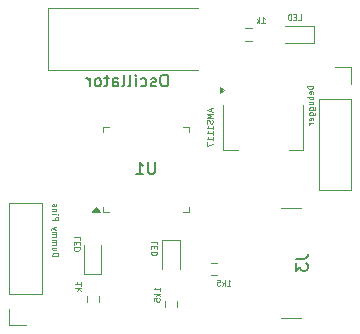
<source format=gbr>
%TF.GenerationSoftware,KiCad,Pcbnew,9.0.7*%
%TF.CreationDate,2026-02-20T00:12:31+05:30*%
%TF.ProjectId,breakout_board,62726561-6b6f-4757-945f-626f6172642e,rev?*%
%TF.SameCoordinates,Original*%
%TF.FileFunction,Legend,Bot*%
%TF.FilePolarity,Positive*%
%FSLAX46Y46*%
G04 Gerber Fmt 4.6, Leading zero omitted, Abs format (unit mm)*
G04 Created by KiCad (PCBNEW 9.0.7) date 2026-02-20 00:12:31*
%MOMM*%
%LPD*%
G01*
G04 APERTURE LIST*
%ADD10C,0.100000*%
%ADD11C,0.125000*%
%ADD12C,0.150000*%
%ADD13C,0.120000*%
G04 APERTURE END LIST*
D10*
X123611990Y-86581563D02*
X124111990Y-86581563D01*
X124111990Y-86581563D02*
X124111990Y-86462515D01*
X124111990Y-86462515D02*
X124088180Y-86391087D01*
X124088180Y-86391087D02*
X124040561Y-86343468D01*
X124040561Y-86343468D02*
X123992942Y-86319658D01*
X123992942Y-86319658D02*
X123897704Y-86295849D01*
X123897704Y-86295849D02*
X123826276Y-86295849D01*
X123826276Y-86295849D02*
X123731038Y-86319658D01*
X123731038Y-86319658D02*
X123683419Y-86343468D01*
X123683419Y-86343468D02*
X123635800Y-86391087D01*
X123635800Y-86391087D02*
X123611990Y-86462515D01*
X123611990Y-86462515D02*
X123611990Y-86581563D01*
X123945323Y-85867277D02*
X123611990Y-85867277D01*
X123945323Y-86081563D02*
X123683419Y-86081563D01*
X123683419Y-86081563D02*
X123635800Y-86057753D01*
X123635800Y-86057753D02*
X123611990Y-86010134D01*
X123611990Y-86010134D02*
X123611990Y-85938706D01*
X123611990Y-85938706D02*
X123635800Y-85891087D01*
X123635800Y-85891087D02*
X123659609Y-85867277D01*
X123611990Y-85629182D02*
X123945323Y-85629182D01*
X123897704Y-85629182D02*
X123921514Y-85605372D01*
X123921514Y-85605372D02*
X123945323Y-85557753D01*
X123945323Y-85557753D02*
X123945323Y-85486325D01*
X123945323Y-85486325D02*
X123921514Y-85438706D01*
X123921514Y-85438706D02*
X123873895Y-85414896D01*
X123873895Y-85414896D02*
X123611990Y-85414896D01*
X123873895Y-85414896D02*
X123921514Y-85391087D01*
X123921514Y-85391087D02*
X123945323Y-85343468D01*
X123945323Y-85343468D02*
X123945323Y-85272039D01*
X123945323Y-85272039D02*
X123921514Y-85224420D01*
X123921514Y-85224420D02*
X123873895Y-85200610D01*
X123873895Y-85200610D02*
X123611990Y-85200610D01*
X123611990Y-84962515D02*
X123945323Y-84962515D01*
X123897704Y-84962515D02*
X123921514Y-84938705D01*
X123921514Y-84938705D02*
X123945323Y-84891086D01*
X123945323Y-84891086D02*
X123945323Y-84819658D01*
X123945323Y-84819658D02*
X123921514Y-84772039D01*
X123921514Y-84772039D02*
X123873895Y-84748229D01*
X123873895Y-84748229D02*
X123611990Y-84748229D01*
X123873895Y-84748229D02*
X123921514Y-84724420D01*
X123921514Y-84724420D02*
X123945323Y-84676801D01*
X123945323Y-84676801D02*
X123945323Y-84605372D01*
X123945323Y-84605372D02*
X123921514Y-84557753D01*
X123921514Y-84557753D02*
X123873895Y-84533943D01*
X123873895Y-84533943D02*
X123611990Y-84533943D01*
X123945323Y-84343467D02*
X123611990Y-84224419D01*
X123945323Y-84105372D02*
X123611990Y-84224419D01*
X123611990Y-84224419D02*
X123492942Y-84272038D01*
X123492942Y-84272038D02*
X123469133Y-84295848D01*
X123469133Y-84295848D02*
X123445323Y-84343467D01*
X123611990Y-83533944D02*
X124111990Y-83533944D01*
X124111990Y-83533944D02*
X124111990Y-83343468D01*
X124111990Y-83343468D02*
X124088180Y-83295849D01*
X124088180Y-83295849D02*
X124064371Y-83272039D01*
X124064371Y-83272039D02*
X124016752Y-83248230D01*
X124016752Y-83248230D02*
X123945323Y-83248230D01*
X123945323Y-83248230D02*
X123897704Y-83272039D01*
X123897704Y-83272039D02*
X123873895Y-83295849D01*
X123873895Y-83295849D02*
X123850085Y-83343468D01*
X123850085Y-83343468D02*
X123850085Y-83533944D01*
X123611990Y-83033944D02*
X123945323Y-83033944D01*
X124111990Y-83033944D02*
X124088180Y-83057753D01*
X124088180Y-83057753D02*
X124064371Y-83033944D01*
X124064371Y-83033944D02*
X124088180Y-83010134D01*
X124088180Y-83010134D02*
X124111990Y-83033944D01*
X124111990Y-83033944D02*
X124064371Y-83033944D01*
X123945323Y-82795849D02*
X123611990Y-82795849D01*
X123897704Y-82795849D02*
X123921514Y-82772039D01*
X123921514Y-82772039D02*
X123945323Y-82724420D01*
X123945323Y-82724420D02*
X123945323Y-82652992D01*
X123945323Y-82652992D02*
X123921514Y-82605373D01*
X123921514Y-82605373D02*
X123873895Y-82581563D01*
X123873895Y-82581563D02*
X123611990Y-82581563D01*
X123635800Y-82367277D02*
X123611990Y-82319658D01*
X123611990Y-82319658D02*
X123611990Y-82224420D01*
X123611990Y-82224420D02*
X123635800Y-82176801D01*
X123635800Y-82176801D02*
X123683419Y-82152992D01*
X123683419Y-82152992D02*
X123707228Y-82152992D01*
X123707228Y-82152992D02*
X123754847Y-82176801D01*
X123754847Y-82176801D02*
X123778657Y-82224420D01*
X123778657Y-82224420D02*
X123778657Y-82295849D01*
X123778657Y-82295849D02*
X123802466Y-82343468D01*
X123802466Y-82343468D02*
X123850085Y-82367277D01*
X123850085Y-82367277D02*
X123873895Y-82367277D01*
X123873895Y-82367277D02*
X123921514Y-82343468D01*
X123921514Y-82343468D02*
X123945323Y-82295849D01*
X123945323Y-82295849D02*
X123945323Y-82224420D01*
X123945323Y-82224420D02*
X123921514Y-82176801D01*
D11*
X125904009Y-85225771D02*
X125904009Y-84987676D01*
X125904009Y-84987676D02*
X125404009Y-84987676D01*
X125642104Y-85392438D02*
X125642104Y-85559105D01*
X125904009Y-85630533D02*
X125904009Y-85392438D01*
X125904009Y-85392438D02*
X125404009Y-85392438D01*
X125404009Y-85392438D02*
X125404009Y-85630533D01*
X125904009Y-85844819D02*
X125404009Y-85844819D01*
X125404009Y-85844819D02*
X125404009Y-85963867D01*
X125404009Y-85963867D02*
X125427819Y-86035295D01*
X125427819Y-86035295D02*
X125475438Y-86082914D01*
X125475438Y-86082914D02*
X125523057Y-86106724D01*
X125523057Y-86106724D02*
X125618295Y-86130533D01*
X125618295Y-86130533D02*
X125689723Y-86130533D01*
X125689723Y-86130533D02*
X125784961Y-86106724D01*
X125784961Y-86106724D02*
X125832580Y-86082914D01*
X125832580Y-86082914D02*
X125880200Y-86035295D01*
X125880200Y-86035295D02*
X125904009Y-85963867D01*
X125904009Y-85963867D02*
X125904009Y-85844819D01*
X132457209Y-85581371D02*
X132457209Y-85343276D01*
X132457209Y-85343276D02*
X131957209Y-85343276D01*
X132195304Y-85748038D02*
X132195304Y-85914705D01*
X132457209Y-85986133D02*
X132457209Y-85748038D01*
X132457209Y-85748038D02*
X131957209Y-85748038D01*
X131957209Y-85748038D02*
X131957209Y-85986133D01*
X132457209Y-86200419D02*
X131957209Y-86200419D01*
X131957209Y-86200419D02*
X131957209Y-86319467D01*
X131957209Y-86319467D02*
X131981019Y-86390895D01*
X131981019Y-86390895D02*
X132028638Y-86438514D01*
X132028638Y-86438514D02*
X132076257Y-86462324D01*
X132076257Y-86462324D02*
X132171495Y-86486133D01*
X132171495Y-86486133D02*
X132242923Y-86486133D01*
X132242923Y-86486133D02*
X132338161Y-86462324D01*
X132338161Y-86462324D02*
X132385780Y-86438514D01*
X132385780Y-86438514D02*
X132433400Y-86390895D01*
X132433400Y-86390895D02*
X132457209Y-86319467D01*
X132457209Y-86319467D02*
X132457209Y-86200419D01*
X132685809Y-89542181D02*
X132685809Y-89256467D01*
X132685809Y-89399324D02*
X132185809Y-89399324D01*
X132185809Y-89399324D02*
X132257238Y-89351705D01*
X132257238Y-89351705D02*
X132304857Y-89304086D01*
X132304857Y-89304086D02*
X132328666Y-89256467D01*
X132685809Y-89756466D02*
X132185809Y-89756466D01*
X132495333Y-89804085D02*
X132685809Y-89946942D01*
X132352476Y-89946942D02*
X132542952Y-89756466D01*
X132185809Y-90399323D02*
X132185809Y-90161228D01*
X132185809Y-90161228D02*
X132423904Y-90137419D01*
X132423904Y-90137419D02*
X132400095Y-90161228D01*
X132400095Y-90161228D02*
X132376285Y-90208847D01*
X132376285Y-90208847D02*
X132376285Y-90327895D01*
X132376285Y-90327895D02*
X132400095Y-90375514D01*
X132400095Y-90375514D02*
X132423904Y-90399323D01*
X132423904Y-90399323D02*
X132471523Y-90423133D01*
X132471523Y-90423133D02*
X132590571Y-90423133D01*
X132590571Y-90423133D02*
X132638190Y-90399323D01*
X132638190Y-90399323D02*
X132662000Y-90375514D01*
X132662000Y-90375514D02*
X132685809Y-90327895D01*
X132685809Y-90327895D02*
X132685809Y-90208847D01*
X132685809Y-90208847D02*
X132662000Y-90161228D01*
X132662000Y-90161228D02*
X132638190Y-90137419D01*
D12*
X133181576Y-71203819D02*
X132991100Y-71203819D01*
X132991100Y-71203819D02*
X132895862Y-71251438D01*
X132895862Y-71251438D02*
X132800624Y-71346676D01*
X132800624Y-71346676D02*
X132753005Y-71537152D01*
X132753005Y-71537152D02*
X132753005Y-71870485D01*
X132753005Y-71870485D02*
X132800624Y-72060961D01*
X132800624Y-72060961D02*
X132895862Y-72156200D01*
X132895862Y-72156200D02*
X132991100Y-72203819D01*
X132991100Y-72203819D02*
X133181576Y-72203819D01*
X133181576Y-72203819D02*
X133276814Y-72156200D01*
X133276814Y-72156200D02*
X133372052Y-72060961D01*
X133372052Y-72060961D02*
X133419671Y-71870485D01*
X133419671Y-71870485D02*
X133419671Y-71537152D01*
X133419671Y-71537152D02*
X133372052Y-71346676D01*
X133372052Y-71346676D02*
X133276814Y-71251438D01*
X133276814Y-71251438D02*
X133181576Y-71203819D01*
X132372052Y-72156200D02*
X132276814Y-72203819D01*
X132276814Y-72203819D02*
X132086338Y-72203819D01*
X132086338Y-72203819D02*
X131991100Y-72156200D01*
X131991100Y-72156200D02*
X131943481Y-72060961D01*
X131943481Y-72060961D02*
X131943481Y-72013342D01*
X131943481Y-72013342D02*
X131991100Y-71918104D01*
X131991100Y-71918104D02*
X132086338Y-71870485D01*
X132086338Y-71870485D02*
X132229195Y-71870485D01*
X132229195Y-71870485D02*
X132324433Y-71822866D01*
X132324433Y-71822866D02*
X132372052Y-71727628D01*
X132372052Y-71727628D02*
X132372052Y-71680009D01*
X132372052Y-71680009D02*
X132324433Y-71584771D01*
X132324433Y-71584771D02*
X132229195Y-71537152D01*
X132229195Y-71537152D02*
X132086338Y-71537152D01*
X132086338Y-71537152D02*
X131991100Y-71584771D01*
X131086338Y-72156200D02*
X131181576Y-72203819D01*
X131181576Y-72203819D02*
X131372052Y-72203819D01*
X131372052Y-72203819D02*
X131467290Y-72156200D01*
X131467290Y-72156200D02*
X131514909Y-72108580D01*
X131514909Y-72108580D02*
X131562528Y-72013342D01*
X131562528Y-72013342D02*
X131562528Y-71727628D01*
X131562528Y-71727628D02*
X131514909Y-71632390D01*
X131514909Y-71632390D02*
X131467290Y-71584771D01*
X131467290Y-71584771D02*
X131372052Y-71537152D01*
X131372052Y-71537152D02*
X131181576Y-71537152D01*
X131181576Y-71537152D02*
X131086338Y-71584771D01*
X130657766Y-72203819D02*
X130657766Y-71537152D01*
X130657766Y-71203819D02*
X130705385Y-71251438D01*
X130705385Y-71251438D02*
X130657766Y-71299057D01*
X130657766Y-71299057D02*
X130610147Y-71251438D01*
X130610147Y-71251438D02*
X130657766Y-71203819D01*
X130657766Y-71203819D02*
X130657766Y-71299057D01*
X130038719Y-72203819D02*
X130133957Y-72156200D01*
X130133957Y-72156200D02*
X130181576Y-72060961D01*
X130181576Y-72060961D02*
X130181576Y-71203819D01*
X129514909Y-72203819D02*
X129610147Y-72156200D01*
X129610147Y-72156200D02*
X129657766Y-72060961D01*
X129657766Y-72060961D02*
X129657766Y-71203819D01*
X128705385Y-72203819D02*
X128705385Y-71680009D01*
X128705385Y-71680009D02*
X128753004Y-71584771D01*
X128753004Y-71584771D02*
X128848242Y-71537152D01*
X128848242Y-71537152D02*
X129038718Y-71537152D01*
X129038718Y-71537152D02*
X129133956Y-71584771D01*
X128705385Y-72156200D02*
X128800623Y-72203819D01*
X128800623Y-72203819D02*
X129038718Y-72203819D01*
X129038718Y-72203819D02*
X129133956Y-72156200D01*
X129133956Y-72156200D02*
X129181575Y-72060961D01*
X129181575Y-72060961D02*
X129181575Y-71965723D01*
X129181575Y-71965723D02*
X129133956Y-71870485D01*
X129133956Y-71870485D02*
X129038718Y-71822866D01*
X129038718Y-71822866D02*
X128800623Y-71822866D01*
X128800623Y-71822866D02*
X128705385Y-71775247D01*
X128372051Y-71537152D02*
X127991099Y-71537152D01*
X128229194Y-71203819D02*
X128229194Y-72060961D01*
X128229194Y-72060961D02*
X128181575Y-72156200D01*
X128181575Y-72156200D02*
X128086337Y-72203819D01*
X128086337Y-72203819D02*
X127991099Y-72203819D01*
X127514908Y-72203819D02*
X127610146Y-72156200D01*
X127610146Y-72156200D02*
X127657765Y-72108580D01*
X127657765Y-72108580D02*
X127705384Y-72013342D01*
X127705384Y-72013342D02*
X127705384Y-71727628D01*
X127705384Y-71727628D02*
X127657765Y-71632390D01*
X127657765Y-71632390D02*
X127610146Y-71584771D01*
X127610146Y-71584771D02*
X127514908Y-71537152D01*
X127514908Y-71537152D02*
X127372051Y-71537152D01*
X127372051Y-71537152D02*
X127276813Y-71584771D01*
X127276813Y-71584771D02*
X127229194Y-71632390D01*
X127229194Y-71632390D02*
X127181575Y-71727628D01*
X127181575Y-71727628D02*
X127181575Y-72013342D01*
X127181575Y-72013342D02*
X127229194Y-72108580D01*
X127229194Y-72108580D02*
X127276813Y-72156200D01*
X127276813Y-72156200D02*
X127372051Y-72203819D01*
X127372051Y-72203819D02*
X127514908Y-72203819D01*
X126753003Y-72203819D02*
X126753003Y-71537152D01*
X126753003Y-71727628D02*
X126705384Y-71632390D01*
X126705384Y-71632390D02*
X126657765Y-71584771D01*
X126657765Y-71584771D02*
X126562527Y-71537152D01*
X126562527Y-71537152D02*
X126467289Y-71537152D01*
X144209419Y-86814066D02*
X144923704Y-86814066D01*
X144923704Y-86814066D02*
X145066561Y-86766447D01*
X145066561Y-86766447D02*
X145161800Y-86671209D01*
X145161800Y-86671209D02*
X145209419Y-86528352D01*
X145209419Y-86528352D02*
X145209419Y-86433114D01*
X144209419Y-87195019D02*
X144209419Y-87814066D01*
X144209419Y-87814066D02*
X144590371Y-87480733D01*
X144590371Y-87480733D02*
X144590371Y-87623590D01*
X144590371Y-87623590D02*
X144637990Y-87718828D01*
X144637990Y-87718828D02*
X144685609Y-87766447D01*
X144685609Y-87766447D02*
X144780847Y-87814066D01*
X144780847Y-87814066D02*
X145018942Y-87814066D01*
X145018942Y-87814066D02*
X145114180Y-87766447D01*
X145114180Y-87766447D02*
X145161800Y-87718828D01*
X145161800Y-87718828D02*
X145209419Y-87623590D01*
X145209419Y-87623590D02*
X145209419Y-87337876D01*
X145209419Y-87337876D02*
X145161800Y-87242638D01*
X145161800Y-87242638D02*
X145114180Y-87195019D01*
D11*
X145690609Y-72142552D02*
X145190609Y-72142552D01*
X145190609Y-72142552D02*
X145190609Y-72261600D01*
X145190609Y-72261600D02*
X145214419Y-72333028D01*
X145214419Y-72333028D02*
X145262038Y-72380647D01*
X145262038Y-72380647D02*
X145309657Y-72404457D01*
X145309657Y-72404457D02*
X145404895Y-72428266D01*
X145404895Y-72428266D02*
X145476323Y-72428266D01*
X145476323Y-72428266D02*
X145571561Y-72404457D01*
X145571561Y-72404457D02*
X145619180Y-72380647D01*
X145619180Y-72380647D02*
X145666800Y-72333028D01*
X145666800Y-72333028D02*
X145690609Y-72261600D01*
X145690609Y-72261600D02*
X145690609Y-72142552D01*
X145666800Y-72833028D02*
X145690609Y-72785409D01*
X145690609Y-72785409D02*
X145690609Y-72690171D01*
X145690609Y-72690171D02*
X145666800Y-72642552D01*
X145666800Y-72642552D02*
X145619180Y-72618743D01*
X145619180Y-72618743D02*
X145428704Y-72618743D01*
X145428704Y-72618743D02*
X145381085Y-72642552D01*
X145381085Y-72642552D02*
X145357276Y-72690171D01*
X145357276Y-72690171D02*
X145357276Y-72785409D01*
X145357276Y-72785409D02*
X145381085Y-72833028D01*
X145381085Y-72833028D02*
X145428704Y-72856838D01*
X145428704Y-72856838D02*
X145476323Y-72856838D01*
X145476323Y-72856838D02*
X145523942Y-72618743D01*
X145690609Y-73071123D02*
X145190609Y-73071123D01*
X145381085Y-73071123D02*
X145357276Y-73118742D01*
X145357276Y-73118742D02*
X145357276Y-73213980D01*
X145357276Y-73213980D02*
X145381085Y-73261599D01*
X145381085Y-73261599D02*
X145404895Y-73285409D01*
X145404895Y-73285409D02*
X145452514Y-73309218D01*
X145452514Y-73309218D02*
X145595371Y-73309218D01*
X145595371Y-73309218D02*
X145642990Y-73285409D01*
X145642990Y-73285409D02*
X145666800Y-73261599D01*
X145666800Y-73261599D02*
X145690609Y-73213980D01*
X145690609Y-73213980D02*
X145690609Y-73118742D01*
X145690609Y-73118742D02*
X145666800Y-73071123D01*
X145357276Y-73737790D02*
X145690609Y-73737790D01*
X145357276Y-73523504D02*
X145619180Y-73523504D01*
X145619180Y-73523504D02*
X145666800Y-73547314D01*
X145666800Y-73547314D02*
X145690609Y-73594933D01*
X145690609Y-73594933D02*
X145690609Y-73666361D01*
X145690609Y-73666361D02*
X145666800Y-73713980D01*
X145666800Y-73713980D02*
X145642990Y-73737790D01*
X145357276Y-74190171D02*
X145762038Y-74190171D01*
X145762038Y-74190171D02*
X145809657Y-74166361D01*
X145809657Y-74166361D02*
X145833466Y-74142552D01*
X145833466Y-74142552D02*
X145857276Y-74094933D01*
X145857276Y-74094933D02*
X145857276Y-74023504D01*
X145857276Y-74023504D02*
X145833466Y-73975885D01*
X145666800Y-74190171D02*
X145690609Y-74142552D01*
X145690609Y-74142552D02*
X145690609Y-74047314D01*
X145690609Y-74047314D02*
X145666800Y-73999695D01*
X145666800Y-73999695D02*
X145642990Y-73975885D01*
X145642990Y-73975885D02*
X145595371Y-73952076D01*
X145595371Y-73952076D02*
X145452514Y-73952076D01*
X145452514Y-73952076D02*
X145404895Y-73975885D01*
X145404895Y-73975885D02*
X145381085Y-73999695D01*
X145381085Y-73999695D02*
X145357276Y-74047314D01*
X145357276Y-74047314D02*
X145357276Y-74142552D01*
X145357276Y-74142552D02*
X145381085Y-74190171D01*
X145357276Y-74642552D02*
X145762038Y-74642552D01*
X145762038Y-74642552D02*
X145809657Y-74618742D01*
X145809657Y-74618742D02*
X145833466Y-74594933D01*
X145833466Y-74594933D02*
X145857276Y-74547314D01*
X145857276Y-74547314D02*
X145857276Y-74475885D01*
X145857276Y-74475885D02*
X145833466Y-74428266D01*
X145666800Y-74642552D02*
X145690609Y-74594933D01*
X145690609Y-74594933D02*
X145690609Y-74499695D01*
X145690609Y-74499695D02*
X145666800Y-74452076D01*
X145666800Y-74452076D02*
X145642990Y-74428266D01*
X145642990Y-74428266D02*
X145595371Y-74404457D01*
X145595371Y-74404457D02*
X145452514Y-74404457D01*
X145452514Y-74404457D02*
X145404895Y-74428266D01*
X145404895Y-74428266D02*
X145381085Y-74452076D01*
X145381085Y-74452076D02*
X145357276Y-74499695D01*
X145357276Y-74499695D02*
X145357276Y-74594933D01*
X145357276Y-74594933D02*
X145381085Y-74642552D01*
X145666800Y-75071123D02*
X145690609Y-75023504D01*
X145690609Y-75023504D02*
X145690609Y-74928266D01*
X145690609Y-74928266D02*
X145666800Y-74880647D01*
X145666800Y-74880647D02*
X145619180Y-74856838D01*
X145619180Y-74856838D02*
X145428704Y-74856838D01*
X145428704Y-74856838D02*
X145381085Y-74880647D01*
X145381085Y-74880647D02*
X145357276Y-74928266D01*
X145357276Y-74928266D02*
X145357276Y-75023504D01*
X145357276Y-75023504D02*
X145381085Y-75071123D01*
X145381085Y-75071123D02*
X145428704Y-75094933D01*
X145428704Y-75094933D02*
X145476323Y-75094933D01*
X145476323Y-75094933D02*
X145523942Y-74856838D01*
X145690609Y-75309218D02*
X145357276Y-75309218D01*
X145452514Y-75309218D02*
X145404895Y-75333028D01*
X145404895Y-75333028D02*
X145381085Y-75356837D01*
X145381085Y-75356837D02*
X145357276Y-75404456D01*
X145357276Y-75404456D02*
X145357276Y-75452075D01*
D12*
X132283104Y-78626619D02*
X132283104Y-79436142D01*
X132283104Y-79436142D02*
X132235485Y-79531380D01*
X132235485Y-79531380D02*
X132187866Y-79579000D01*
X132187866Y-79579000D02*
X132092628Y-79626619D01*
X132092628Y-79626619D02*
X131902152Y-79626619D01*
X131902152Y-79626619D02*
X131806914Y-79579000D01*
X131806914Y-79579000D02*
X131759295Y-79531380D01*
X131759295Y-79531380D02*
X131711676Y-79436142D01*
X131711676Y-79436142D02*
X131711676Y-78626619D01*
X130711676Y-79626619D02*
X131283104Y-79626619D01*
X130997390Y-79626619D02*
X130997390Y-78626619D01*
X130997390Y-78626619D02*
X131092628Y-78769476D01*
X131092628Y-78769476D02*
X131187866Y-78864714D01*
X131187866Y-78864714D02*
X131283104Y-78912333D01*
D11*
X141307023Y-66823609D02*
X141592737Y-66823609D01*
X141449880Y-66823609D02*
X141449880Y-66323609D01*
X141449880Y-66323609D02*
X141497499Y-66395038D01*
X141497499Y-66395038D02*
X141545118Y-66442657D01*
X141545118Y-66442657D02*
X141592737Y-66466466D01*
X141092738Y-66823609D02*
X141092738Y-66323609D01*
X141045119Y-66633133D02*
X140902262Y-66823609D01*
X140902262Y-66490276D02*
X141092738Y-66680752D01*
X126031009Y-89094476D02*
X126031009Y-88808762D01*
X126031009Y-88951619D02*
X125531009Y-88951619D01*
X125531009Y-88951619D02*
X125602438Y-88904000D01*
X125602438Y-88904000D02*
X125650057Y-88856381D01*
X125650057Y-88856381D02*
X125673866Y-88808762D01*
X126031009Y-89308761D02*
X125531009Y-89308761D01*
X125840533Y-89356380D02*
X126031009Y-89499237D01*
X125697676Y-89499237D02*
X125888152Y-89308761D01*
X144415628Y-66612809D02*
X144653723Y-66612809D01*
X144653723Y-66612809D02*
X144653723Y-66112809D01*
X144248961Y-66350904D02*
X144082294Y-66350904D01*
X144010866Y-66612809D02*
X144248961Y-66612809D01*
X144248961Y-66612809D02*
X144248961Y-66112809D01*
X144248961Y-66112809D02*
X144010866Y-66112809D01*
X143796580Y-66612809D02*
X143796580Y-66112809D01*
X143796580Y-66112809D02*
X143677532Y-66112809D01*
X143677532Y-66112809D02*
X143606104Y-66136619D01*
X143606104Y-66136619D02*
X143558485Y-66184238D01*
X143558485Y-66184238D02*
X143534675Y-66231857D01*
X143534675Y-66231857D02*
X143510866Y-66327095D01*
X143510866Y-66327095D02*
X143510866Y-66398523D01*
X143510866Y-66398523D02*
X143534675Y-66493761D01*
X143534675Y-66493761D02*
X143558485Y-66541380D01*
X143558485Y-66541380D02*
X143606104Y-66589000D01*
X143606104Y-66589000D02*
X143677532Y-66612809D01*
X143677532Y-66612809D02*
X143796580Y-66612809D01*
X138397418Y-89074009D02*
X138683132Y-89074009D01*
X138540275Y-89074009D02*
X138540275Y-88574009D01*
X138540275Y-88574009D02*
X138587894Y-88645438D01*
X138587894Y-88645438D02*
X138635513Y-88693057D01*
X138635513Y-88693057D02*
X138683132Y-88716866D01*
X138183133Y-89074009D02*
X138183133Y-88574009D01*
X138135514Y-88883533D02*
X137992657Y-89074009D01*
X137992657Y-88740676D02*
X138183133Y-88931152D01*
X137540276Y-88574009D02*
X137778371Y-88574009D01*
X137778371Y-88574009D02*
X137802180Y-88812104D01*
X137802180Y-88812104D02*
X137778371Y-88788295D01*
X137778371Y-88788295D02*
X137730752Y-88764485D01*
X137730752Y-88764485D02*
X137611704Y-88764485D01*
X137611704Y-88764485D02*
X137564085Y-88788295D01*
X137564085Y-88788295D02*
X137540276Y-88812104D01*
X137540276Y-88812104D02*
X137516466Y-88859723D01*
X137516466Y-88859723D02*
X137516466Y-88978771D01*
X137516466Y-88978771D02*
X137540276Y-89026390D01*
X137540276Y-89026390D02*
X137564085Y-89050200D01*
X137564085Y-89050200D02*
X137611704Y-89074009D01*
X137611704Y-89074009D02*
X137730752Y-89074009D01*
X137730752Y-89074009D02*
X137778371Y-89050200D01*
X137778371Y-89050200D02*
X137802180Y-89026390D01*
X137034552Y-74071363D02*
X137034552Y-74309458D01*
X137177409Y-74023744D02*
X136677409Y-74190410D01*
X136677409Y-74190410D02*
X137177409Y-74357077D01*
X137177409Y-74523743D02*
X136677409Y-74523743D01*
X136677409Y-74523743D02*
X137034552Y-74690410D01*
X137034552Y-74690410D02*
X136677409Y-74857076D01*
X136677409Y-74857076D02*
X137177409Y-74857076D01*
X137153600Y-75071363D02*
X137177409Y-75142791D01*
X137177409Y-75142791D02*
X137177409Y-75261839D01*
X137177409Y-75261839D02*
X137153600Y-75309458D01*
X137153600Y-75309458D02*
X137129790Y-75333267D01*
X137129790Y-75333267D02*
X137082171Y-75357077D01*
X137082171Y-75357077D02*
X137034552Y-75357077D01*
X137034552Y-75357077D02*
X136986933Y-75333267D01*
X136986933Y-75333267D02*
X136963123Y-75309458D01*
X136963123Y-75309458D02*
X136939314Y-75261839D01*
X136939314Y-75261839D02*
X136915504Y-75166601D01*
X136915504Y-75166601D02*
X136891695Y-75118982D01*
X136891695Y-75118982D02*
X136867885Y-75095172D01*
X136867885Y-75095172D02*
X136820266Y-75071363D01*
X136820266Y-75071363D02*
X136772647Y-75071363D01*
X136772647Y-75071363D02*
X136725028Y-75095172D01*
X136725028Y-75095172D02*
X136701219Y-75118982D01*
X136701219Y-75118982D02*
X136677409Y-75166601D01*
X136677409Y-75166601D02*
X136677409Y-75285648D01*
X136677409Y-75285648D02*
X136701219Y-75357077D01*
X137177409Y-75833267D02*
X137177409Y-75547553D01*
X137177409Y-75690410D02*
X136677409Y-75690410D01*
X136677409Y-75690410D02*
X136748838Y-75642791D01*
X136748838Y-75642791D02*
X136796457Y-75595172D01*
X136796457Y-75595172D02*
X136820266Y-75547553D01*
X137177409Y-76309457D02*
X137177409Y-76023743D01*
X137177409Y-76166600D02*
X136677409Y-76166600D01*
X136677409Y-76166600D02*
X136748838Y-76118981D01*
X136748838Y-76118981D02*
X136796457Y-76071362D01*
X136796457Y-76071362D02*
X136820266Y-76023743D01*
X137177409Y-76785647D02*
X137177409Y-76499933D01*
X137177409Y-76642790D02*
X136677409Y-76642790D01*
X136677409Y-76642790D02*
X136748838Y-76595171D01*
X136748838Y-76595171D02*
X136796457Y-76547552D01*
X136796457Y-76547552D02*
X136820266Y-76499933D01*
X136677409Y-76952313D02*
X136677409Y-77285646D01*
X136677409Y-77285646D02*
X137177409Y-77071361D01*
D13*
%TO.C,Oscillator*%
X123231100Y-70809000D02*
X123231100Y-65589000D01*
X123231100Y-65589000D02*
X135951100Y-65589000D01*
X135951100Y-70809000D02*
X123231100Y-70809000D01*
%TO.C,J3*%
X144629200Y-82477400D02*
X142929200Y-82477400D01*
X144629200Y-91817400D02*
X142929200Y-91817400D01*
%TO.C,D2*%
X134389800Y-85201350D02*
X134389800Y-87661350D01*
X132919800Y-87661350D02*
X132919800Y-85201350D01*
X132919800Y-85201350D02*
X134389800Y-85201350D01*
%TO.C,R7*%
X134177300Y-90416626D02*
X134177300Y-90926074D01*
X133132300Y-90416626D02*
X133132300Y-90926074D01*
%TO.C,J2*%
X146143200Y-73253600D02*
X146143200Y-80983600D01*
X148903200Y-70603600D02*
X147523200Y-70603600D01*
X148903200Y-71983600D02*
X148903200Y-70603600D01*
X148903200Y-73253600D02*
X146143200Y-73253600D01*
X148903200Y-73253600D02*
X148903200Y-80983600D01*
X148903200Y-80983600D02*
X146143200Y-80983600D01*
%TO.C,J1*%
X122715800Y-89789000D02*
X122715800Y-82059000D01*
X119955800Y-92439000D02*
X121335800Y-92439000D01*
X119955800Y-91059000D02*
X119955800Y-92439000D01*
X119955800Y-89789000D02*
X122715800Y-89789000D01*
X119955800Y-89789000D02*
X119955800Y-82059000D01*
X119955800Y-82059000D02*
X122715800Y-82059000D01*
%TO.C,D1*%
X126290400Y-88068900D02*
X126290400Y-85608900D01*
X127760400Y-85608900D02*
X127760400Y-88068900D01*
X127760400Y-88068900D02*
X126290400Y-88068900D01*
%TO.C,U1*%
X127911200Y-75612600D02*
X127911200Y-76062600D01*
X127911200Y-82382600D02*
X127911200Y-82832600D01*
X127911200Y-82832600D02*
X128361200Y-82832600D01*
X128361200Y-75612600D02*
X127911200Y-75612600D01*
X134681200Y-82832600D02*
X135131200Y-82832600D01*
X135131200Y-75612600D02*
X134681200Y-75612600D01*
X135131200Y-76062600D02*
X135131200Y-75612600D01*
X135131200Y-82832600D02*
X135131200Y-82382600D01*
X127611200Y-82852600D02*
X126931200Y-82852600D01*
X127271200Y-82382600D01*
X127611200Y-82852600D01*
G36*
X127611200Y-82852600D02*
G01*
X126931200Y-82852600D01*
X127271200Y-82382600D01*
X127611200Y-82852600D01*
G37*
%TO.C,1k*%
X140462724Y-67295500D02*
X139953276Y-67295500D01*
X140462724Y-68340500D02*
X139953276Y-68340500D01*
X126502900Y-90473624D02*
X126502900Y-89964176D01*
X127547900Y-90473624D02*
X127547900Y-89964176D01*
%TO.C,LED*%
X143294200Y-67083000D02*
X145754200Y-67083000D01*
X145754200Y-67083000D02*
X145754200Y-68553000D01*
X145754200Y-68553000D02*
X143294200Y-68553000D01*
%TO.C,1k5*%
X137541724Y-88177900D02*
X137032276Y-88177900D01*
X137541724Y-87132900D02*
X137032276Y-87132900D01*
%TO.C,AMS1117*%
X138042600Y-73816600D02*
X138042600Y-77576600D01*
X138042600Y-77576600D02*
X139302600Y-77576600D01*
X144862600Y-73816600D02*
X144862600Y-77576600D01*
X144862600Y-77576600D02*
X143602600Y-77576600D01*
X138142600Y-72536600D02*
X137812600Y-72776600D01*
X137812600Y-72296600D01*
X138142600Y-72536600D01*
G36*
X138142600Y-72536600D02*
G01*
X137812600Y-72776600D01*
X137812600Y-72296600D01*
X138142600Y-72536600D01*
G37*
%TD*%
M02*

</source>
